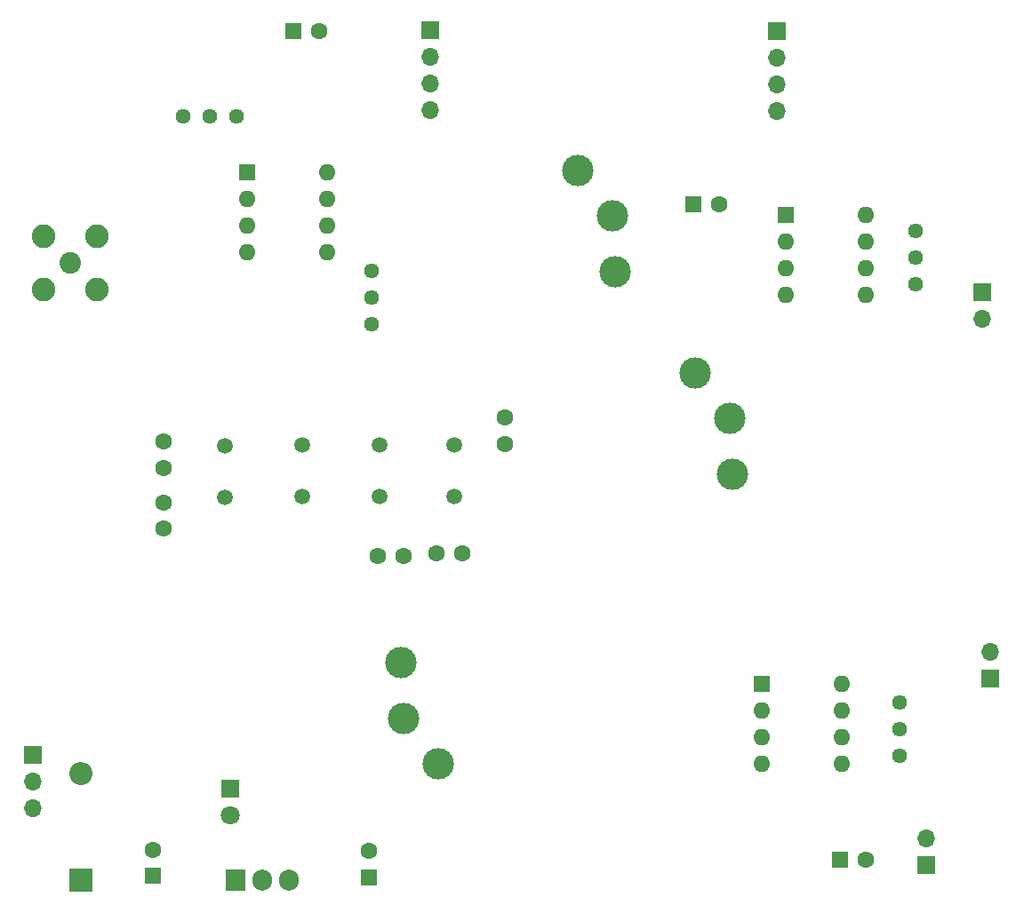
<source format=gbr>
%TF.GenerationSoftware,KiCad,Pcbnew,(6.0.7)*%
%TF.CreationDate,2022-09-22T17:07:58-04:00*%
%TF.ProjectId,Receiver_POC,52656365-6976-4657-925f-504f432e6b69,rev?*%
%TF.SameCoordinates,Original*%
%TF.FileFunction,Soldermask,Bot*%
%TF.FilePolarity,Negative*%
%FSLAX46Y46*%
G04 Gerber Fmt 4.6, Leading zero omitted, Abs format (unit mm)*
G04 Created by KiCad (PCBNEW (6.0.7)) date 2022-09-22 17:07:58*
%MOMM*%
%LPD*%
G01*
G04 APERTURE LIST*
%ADD10C,3.000000*%
%ADD11R,1.700000X1.700000*%
%ADD12O,1.700000X1.700000*%
%ADD13C,1.440000*%
%ADD14R,1.600000X1.600000*%
%ADD15C,1.600000*%
%ADD16C,1.500000*%
%ADD17O,1.600000X1.600000*%
%ADD18R,2.200000X2.200000*%
%ADD19O,2.200000X2.200000*%
%ADD20C,2.050000*%
%ADD21C,2.250000*%
%ADD22R,1.800000X1.800000*%
%ADD23C,1.800000*%
%ADD24R,1.905000X2.000000*%
%ADD25O,1.905000X2.000000*%
G04 APERTURE END LIST*
D10*
%TO.C,TR2*%
X91708000Y-63881000D03*
X95010000Y-68199000D03*
X95264000Y-73533000D03*
%TD*%
%TO.C,TR3*%
X67310000Y-101092000D03*
X64008000Y-96774000D03*
X63754000Y-91440000D03*
%TD*%
%TO.C,TR1*%
X80532000Y-44577000D03*
X83834000Y-48895000D03*
X84088000Y-54229000D03*
%TD*%
D11*
%TO.C,U4*%
X99568000Y-31242000D03*
D12*
X99568000Y-33782000D03*
X99568000Y-36322000D03*
X99568000Y-38862000D03*
X66548000Y-38816000D03*
X66548000Y-36276000D03*
X66548000Y-33736000D03*
D11*
X66548000Y-31196000D03*
%TD*%
D13*
%TO.C,RV2*%
X111252000Y-95250000D03*
X111252000Y-97790000D03*
X111252000Y-100330000D03*
%TD*%
D14*
%TO.C,C28*%
X40132000Y-111779351D03*
D15*
X40132000Y-109279351D03*
%TD*%
D11*
%TO.C,J1*%
X119126000Y-56134000D03*
D12*
X119126000Y-58674000D03*
%TD*%
D16*
%TO.C,Y3*%
X54356000Y-75602000D03*
X54356000Y-70722000D03*
%TD*%
D11*
%TO.C,J5*%
X28702000Y-100212651D03*
D12*
X28702000Y-102752651D03*
X28702000Y-105292651D03*
%TD*%
D14*
%TO.C,U1*%
X100340000Y-48778000D03*
D17*
X100340000Y-51318000D03*
X100340000Y-53858000D03*
X100340000Y-56398000D03*
X107960000Y-56398000D03*
X107960000Y-53858000D03*
X107960000Y-51318000D03*
X107960000Y-48778000D03*
%TD*%
D15*
%TO.C,C10*%
X61488000Y-81280000D03*
X63988000Y-81280000D03*
%TD*%
D16*
%TO.C,Y1*%
X68834000Y-75582000D03*
X68834000Y-70702000D03*
%TD*%
D14*
%TO.C,C26*%
X53457300Y-31242000D03*
D15*
X55957300Y-31242000D03*
%TD*%
%TO.C,C11*%
X41148000Y-70398000D03*
X41148000Y-72898000D03*
%TD*%
D14*
%TO.C,C16*%
X105527300Y-110236000D03*
D15*
X108027300Y-110236000D03*
%TD*%
D18*
%TO.C,D2*%
X33274000Y-112150651D03*
D19*
X33274000Y-101990651D03*
%TD*%
D20*
%TO.C,J4*%
X32258000Y-53340000D03*
D21*
X29718000Y-55880000D03*
X34798000Y-55880000D03*
X29718000Y-50800000D03*
X34798000Y-50800000D03*
%TD*%
D15*
%TO.C,C12*%
X41148000Y-76200000D03*
X41148000Y-78700000D03*
%TD*%
D14*
%TO.C,U3*%
X49032000Y-44714000D03*
D17*
X49032000Y-47254000D03*
X49032000Y-49794000D03*
X49032000Y-52334000D03*
X56652000Y-52334000D03*
X56652000Y-49794000D03*
X56652000Y-47254000D03*
X56652000Y-44714000D03*
%TD*%
D14*
%TO.C,U2*%
X98054000Y-93482000D03*
D17*
X98054000Y-96022000D03*
X98054000Y-98562000D03*
X98054000Y-101102000D03*
X105674000Y-101102000D03*
X105674000Y-98562000D03*
X105674000Y-96022000D03*
X105674000Y-93482000D03*
%TD*%
D22*
%TO.C,D1*%
X47498000Y-103509651D03*
D23*
X47498000Y-106049651D03*
%TD*%
D13*
%TO.C,RV1*%
X112776000Y-50282000D03*
X112776000Y-52822000D03*
X112776000Y-55362000D03*
%TD*%
D16*
%TO.C,Y4*%
X46990000Y-70792000D03*
X46990000Y-75672000D03*
%TD*%
D14*
%TO.C,C1*%
X91557300Y-47752000D03*
D15*
X94057300Y-47752000D03*
%TD*%
D14*
%TO.C,C29*%
X60706000Y-111896651D03*
D15*
X60706000Y-109396651D03*
%TD*%
D16*
%TO.C,Y2*%
X61722000Y-70702000D03*
X61722000Y-75582000D03*
%TD*%
D13*
%TO.C,RV3*%
X48016000Y-39370000D03*
X45476000Y-39370000D03*
X42936000Y-39370000D03*
%TD*%
D11*
%TO.C,J3*%
X119888000Y-92964000D03*
D12*
X119888000Y-90424000D03*
%TD*%
D24*
%TO.C,U5*%
X48006000Y-112150651D03*
D25*
X50546000Y-112150651D03*
X53086000Y-112150651D03*
%TD*%
D11*
%TO.C,J2*%
X113792000Y-110749000D03*
D12*
X113792000Y-108209000D03*
%TD*%
D15*
%TO.C,C8*%
X73660000Y-68092000D03*
X73660000Y-70592000D03*
%TD*%
D13*
%TO.C,RV4*%
X60960000Y-54102000D03*
X60960000Y-56642000D03*
X60960000Y-59182000D03*
%TD*%
D15*
%TO.C,C9*%
X67076000Y-81026000D03*
X69576000Y-81026000D03*
%TD*%
M02*

</source>
